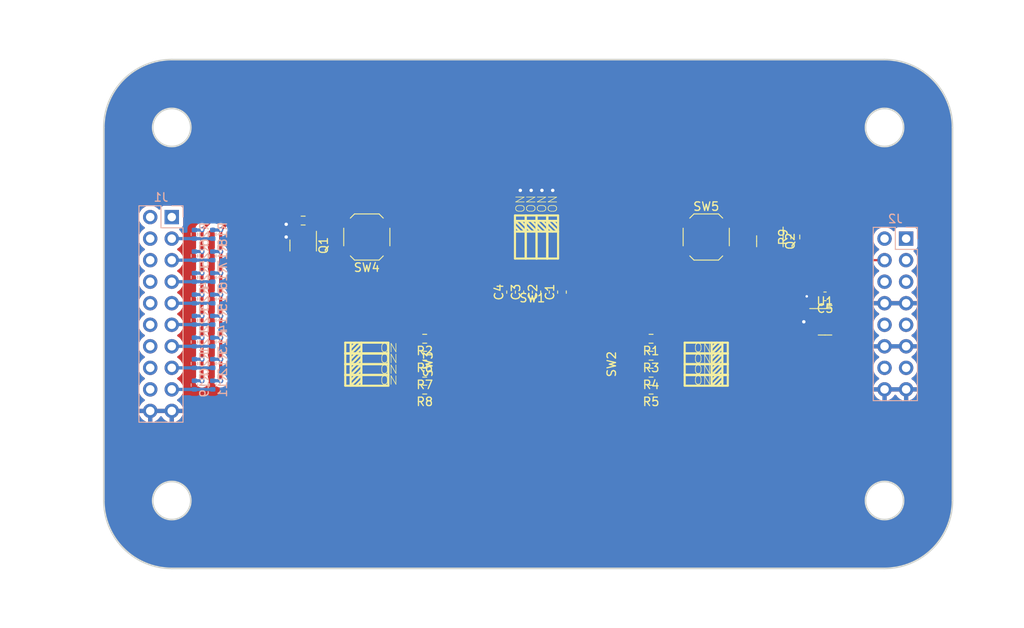
<source format=kicad_pcb>
(kicad_pcb (version 20240108) (generator "pcbnew") (generator_version "8.0")
  (layers (0 "F.Cu" signal) (31 "B.Cu" signal) (34 "B.Paste" user) (35 "F.Paste" user) (36 "B.SilkS" user "B.Silkscreen") (37 "F.SilkS" user "F.Silkscreen") (38 "B.Mask" user) (39 "F.Mask" user) (44 "Edge.Cuts" user))
  (net 0 "")
  (net 1 "+5V")
  (net 2 "Net-(C1-Pad2)")
  (net 3 "Net-(C2-Pad2)")
  (net 4 "Net-(C3-Pad2)")
  (net 5 "Net-(C4-Pad2)")
  (net 6 "DIO1")
  (net 7 "DIO2")
  (net 8 "DIO4")
  (net 9 "DIO6")
  (net 10 "DIO7")
  (net 11 "DIO0")
  (net 12 "DIO3")
  (net 13 "DIO5")
  (net 16 "AI0-")
  (net 18 "GND")
  (net 22 "AI0+")
  (net 23 "Net-(R1-Pad1)")
  (net 24 "Net-(R2-Pad2)")
  (net 25 "Net-(R3-Pad1)")
  (net 26 "Net-(R4-Pad1)")
  (net 27 "Net-(R5-Pad1)")
  (net 28 "Net-(R6-Pad2)")
  (net 29 "Net-(R7-Pad2)")
  (net 30 "Net-(R8-Pad2)")
  (net 31 "discharge")
  (net 32 "Net-(Q1-D)")
  (net 33 "Charge")
  (net 34 "Net-(Q2-S)")
  (net 35 "Net-(U1-+)")
  (net 36 "SpgOut")
  (footprint "Button_Switch_SMD:SW_SPST_SKQG_WithStem" (layer "F.Cu") (at 105 77 180)
    (property "Reference" "SW4" (at 0 -3.6 180) (layer "F.SilkS"))
    (property "Value" "SW_Push")
    (pad "1" smd rect (at -3.1 -1.85 180) (size 1.8 1.1) (layers "F.Cu" "F.Paste" "F.Mask") (net 32 "Net-(Q1-D)"))
    (pad "1" smd rect (at 3.1 -1.85 180) (size 1.8 1.1) (layers "F.Cu" "F.Paste" "F.Mask") (net 32 "Net-(Q1-D)"))
    (pad "2" smd rect (at -3.1 1.85 180) (size 1.8 1.1) (layers "F.Cu" "F.Paste" "F.Mask") (net 18 "GND"))
    (pad "2" smd rect (at 3.1 1.85 180) (size 1.8 1.1) (layers "F.Cu" "F.Paste" "F.Mask") (net 18 "GND"))
    (zone (net 0) (net_name "") (layer "F.Cu") (connect_pads (clearance 0)) (min_thickness 0.254)
      (keepout (tracks not_allowed) (vias not_allowed) (pads not_allowed) (copperpour not_allowed) (footprints not_allowed))
      (fill (thermal_gap 0.508) (thermal_bridge_width 0.508))
      (polygon (pts (xy 104 78.3) (xy 101 78.3) (xy 101 75.7) (xy 104 75.7)))
    )
    (zone (net 0) (net_name "") (layer "F.Cu") (connect_pads (clearance 0)) (min_thickness 0.254)
      (keepout (tracks not_allowed) (vias not_allowed) (pads not_allowed) (copperpour not_allowed) (footprints not_allowed))
      (fill (thermal_gap 0.508) (thermal_bridge_width 0.508))
      (polygon (pts (xy 109 78.3) (xy 106 78.3) (xy 106 75.7) (xy 109 75.7)))
    )
  )
  (footprint "Resistor_SMD:R_0603_1608Metric" (layer "F.Cu") (at 138.5 91 180)
    (property "Reference" "R3" (at 0 -1.43 180) (layer "F.SilkS"))
    (property "Value" "10k" (hide yes))
    (pad "1" smd roundrect (at -0.825 0 180) (size 0.8 0.95) (layers "F.Cu" "F.Paste" "F.Mask") (net 25 "Net-(R3-Pad1)"))
    (pad "2" smd roundrect (at 0.825 0 180) (size 0.8 0.95) (layers "F.Cu" "F.Paste" "F.Mask") (net 35 "Net-(U1-+)"))
  )
  (footprint "Resistor_SMD:R_0603_1608Metric" (layer "F.Cu") (at 138.5 93 180)
    (property "Reference" "R4" (at 0 -1.43 180) (layer "F.SilkS"))
    (property "Value" "10k" (hide yes))
    (pad "1" smd roundrect (at -0.825 0 180) (size 0.8 0.95) (layers "F.Cu" "F.Paste" "F.Mask") (net 26 "Net-(R4-Pad1)"))
    (pad "2" smd roundrect (at 0.825 0 180) (size 0.8 0.95) (layers "F.Cu" "F.Paste" "F.Mask") (net 35 "Net-(U1-+)"))
  )
  (footprint "Package_TO_SOT_SMD:SOT-23-5" (layer "F.Cu") (at 159 87)
    (property "Reference" "U1" (at 0 -2.4 0) (layer "F.SilkS"))
    (property "Value" "LM321")
    (pad "1" smd roundrect (at -1.1375 -0.95) (size 1.325 0.6) (layers "F.Cu" "F.Paste" "F.Mask") (net 35 "Net-(U1-+)"))
    (pad "2" smd roundrect (at -1.1375 0) (size 1.325 0.6) (layers "F.Cu" "F.Paste" "F.Mask") (net 18 "GND"))
    (pad "3" smd roundrect (at -1.1375 0.95) (size 1.325 0.6) (layers "F.Cu" "F.Paste" "F.Mask") (net 36 "SpgOut"))
    (pad "4" smd roundrect (at 1.1375 0.95) (size 1.325 0.6) (layers "F.Cu" "F.Paste" "F.Mask") (net 36 "SpgOut"))
    (pad "5" smd roundrect (at 1.1375 -0.95) (size 1.325 0.6) (layers "F.Cu" "F.Paste" "F.Mask") (net 1 "+5V"))
  )
  (footprint "Capacitor_SMD:C_0603_1608Metric" (layer "F.Cu") (at 122 83.5 90)
    (property "Reference" "C4" (at 0 -1.43 -90) (layer "F.SilkS"))
    (property "Value" "C")
    (pad "1" smd roundrect (at -0.775 0 90) (size 0.9 0.95) (layers "F.Cu" "F.Paste" "F.Mask") (net 35 "Net-(U1-+)"))
    (pad "2" smd roundrect (at 0.775 0 90) (size 0.9 0.95) (layers "F.Cu" "F.Paste" "F.Mask") (net 5 "Net-(C4-Pad2)"))
  )
  (footprint "Resistor_SMD:R_0603_1608Metric" (layer "F.Cu") (at 111.825 93 180)
    (property "Reference" "R7" (at 0 -1.43 180) (layer "F.SilkS"))
    (property "Value" "10k")
    (pad "1" smd roundrect (at -0.825 0 180) (size 0.8 0.95) (layers "F.Cu" "F.Paste" "F.Mask") (net 35 "Net-(U1-+)"))
    (pad "2" smd roundrect (at 0.825 0 180) (size 0.8 0.95) (layers "F.Cu" "F.Paste" "F.Mask") (net 29 "Net-(R7-Pad2)"))
  )
  (footprint "Capacitor_SMD:C_0603_1608Metric" (layer "F.Cu") (at 124 83.5 90)
    (property "Reference" "C3" (at 0 -1.43 -90) (layer "F.SilkS"))
    (property "Value" "C")
    (pad "1" smd roundrect (at -0.775 0 90) (size 0.9 0.95) (layers "F.Cu" "F.Paste" "F.Mask") (net 35 "Net-(U1-+)"))
    (pad "2" smd roundrect (at 0.775 0 90) (size 0.9 0.95) (layers "F.Cu" "F.Paste" "F.Mask") (net 4 "Net-(C3-Pad2)"))
  )
  (footprint "LCSC:SW-SMD_8P-L6.7-W5.4-P1.27-LS8.5" (layer "F.Cu") (at 105 92 -90)
    (property "Reference" "SW3" (at 0 -7.235 90) (layer "F.SilkS"))
    (property "Value" "SW_DIP_x04")
    (fp_text user "ON" (at 0.63 -1.52 180) (layer "F.SilkS") (effects (font (thickness 0.08)) (justify left)))
    (fp_text user "ON" (at -0.64 -1.52 180) (layer "F.SilkS") (effects (font (thickness 0.08)) (justify left)))
    (fp_text user "ON" (at -1.91 -1.52 180) (layer "F.SilkS") (effects (font (thickness 0.08)) (justify left)))
    (fp_text user "ON" (at 1.91 -1.52 180) (layer "F.SilkS") (effects (font (thickness 0.08)) (justify left)))
    (pad "1" smd rect (at -1.91 3.81 180) (size 1.5 0.76) (layers "F.Cu" "F.Paste" "F.Mask") (net 32 "Net-(Q1-D)"))
    (pad "2" smd rect (at -0.64 3.81 180) (size 1.5 0.76) (layers "F.Cu" "F.Paste" "F.Mask") (net 32 "Net-(Q1-D)"))
    (pad "3" smd rect (at 0.63 3.81 180) (size 1.5 0.76) (layers "F.Cu" "F.Paste" "F.Mask") (net 32 "Net-(Q1-D)"))
    (pad "4" smd rect (at 1.91 3.81 180) (size 1.5 0.76) (layers "F.Cu" "F.Paste" "F.Mask") (net 32 "Net-(Q1-D)"))
    (pad "5" smd rect (at 1.91 -3.81 180) (size 1.5 0.76) (layers "F.Cu" "F.Paste" "F.Mask") (net 30 "Net-(R8-Pad2)"))
    (pad "6" smd rect (at 0.63 -3.81 180) (size 1.5 0.76) (layers "F.Cu" "F.Paste" "F.Mask") (net 29 "Net-(R7-Pad2)"))
    (pad "7" smd rect (at -0.64 -3.81 180) (size 1.5 0.76) (layers "F.Cu" "F.Paste" "F.Mask") (net 28 "Net-(R6-Pad2)"))
    (pad "8" smd rect (at -1.91 -3.81 180) (size 1.5 0.76) (layers "F.Cu" "F.Paste" "F.Mask") (net 24 "Net-(R2-Pad2)"))
  )
  (footprint "Capacitor_SMD:C_0603_1608Metric" (layer "F.Cu") (at 159 84 180)
    (property "Reference" "C5" (at 0 -1.43 180) (layer "F.SilkS"))
    (property "Value" "100n")
    (pad "1" smd roundrect (at -0.775 0 180) (size 0.9 0.95) (layers "F.Cu" "F.Paste" "F.Mask") (net 1 "+5V"))
    (pad "2" smd roundrect (at 0.775 0 180) (size 0.9 0.95) (layers "F.Cu" "F.Paste" "F.Mask") (net 18 "GND"))
  )
  (footprint "Resistor_SMD:R_0603_1608Metric" (layer "F.Cu") (at 155.5 77 90)
    (property "Reference" "R9" (at 0 -1.43 -90) (layer "F.SilkS"))
    (property "Value" "10k")
    (pad "1" smd roundrect (at -0.825 0 90) (size 0.8 0.95) (layers "F.Cu" "F.Paste" "F.Mask") (net 1 "+5V"))
    (pad "2" smd roundrect (at 0.825 0 90) (size 0.8 0.95) (layers "F.Cu" "F.Paste" "F.Mask") (net 33 "Charge"))
  )
  (footprint "Capacitor_SMD:C_0603_1608Metric" (layer "F.Cu") (at 128 83.5 90)
    (property "Reference" "C1" (at 0 -1.43 -90) (layer "F.SilkS"))
    (property "Value" "C")
    (pad "1" smd roundrect (at -0.775 0 90) (size 0.9 0.95) (layers "F.Cu" "F.Paste" "F.Mask") (net 35 "Net-(U1-+)"))
    (pad "2" smd roundrect (at 0.775 0 90) (size 0.9 0.95) (layers "F.Cu" "F.Paste" "F.Mask") (net 2 "Net-(C1-Pad2)"))
  )
  (footprint "Resistor_SMD:R_0603_1608Metric" (layer "F.Cu") (at 97.5 75.0625 180)
    (property "Reference" "R10" (hide yes))
    (property "Value" "10k")
    (pad "1" smd roundrect (at -0.825 0 180) (size 0.8 0.95) (layers "F.Cu" "F.Paste" "F.Mask") (net 31 "discharge"))
    (pad "2" smd roundrect (at 0.825 0 180) (size 0.8 0.95) (layers "F.Cu" "F.Paste" "F.Mask") (net 18 "GND"))
  )
  (footprint "Resistor_SMD:R_0603_1608Metric" (layer "F.Cu") (at 111.825 89 180)
    (property "Reference" "R2" (at 0 -1.43 180) (layer "F.SilkS"))
    (property "Value" "10k")
    (pad "1" smd roundrect (at -0.825 0 180) (size 0.8 0.95) (layers "F.Cu" "F.Paste" "F.Mask") (net 35 "Net-(U1-+)"))
    (pad "2" smd roundrect (at 0.825 0 180) (size 0.8 0.95) (layers "F.Cu" "F.Paste" "F.Mask") (net 24 "Net-(R2-Pad2)"))
  )
  (footprint "Resistor_SMD:R_0603_1608Metric" (layer "F.Cu") (at 138.5 95 180)
    (property "Reference" "R5" (at 0 -1.43 180) (layer "F.SilkS"))
    (property "Value" "10k" (hide yes))
    (pad "1" smd roundrect (at -0.825 0 180) (size 0.8 0.95) (layers "F.Cu" "F.Paste" "F.Mask") (net 27 "Net-(R5-Pad1)"))
    (pad "2" smd roundrect (at 0.825 0 180) (size 0.8 0.95) (layers "F.Cu" "F.Paste" "F.Mask") (net 35 "Net-(U1-+)"))
  )
  (footprint "LCSC:SW-SMD_8P-L6.7-W5.4-P1.27-LS8.5" (layer "F.Cu") (at 125 77 180)
    (property "Reference" "SW1" (at 0.5 -7.19 180) (layer "F.SilkS"))
    (property "Value" "SW_DIP_x04")
    (fp_text user "ON" (at -0.63 2.8 -90) (layer "F.SilkS") (effects (font (thickness 0.08)) (justify left)))
    (fp_text user "ON" (at 1.91 2.8 -90) (layer "F.SilkS") (effects (font (thickness 0.08)) (justify left)))
    (fp_text user "ON" (at -1.91 2.8 -90) (layer "F.SilkS") (effects (font (thickness 0.08)) (justify left)))
    (fp_text user "ON" (at 0.64 2.8 -90) (layer "F.SilkS") (effects (font (thickness 0.08)) (justify left)))
    (pad "1" smd rect (at -1.91 3.81 90) (size 1.5 0.76) (layers "F.Cu" "F.Paste" "F.Mask") (net 18 "GND"))
    (pad "2" smd rect (at -0.64 3.81 90) (size 1.5 0.76) (layers "F.Cu" "F.Paste" "F.Mask") (net 18 "GND"))
    (pad "3" smd rect (at 0.63 3.81 90) (size 1.5 0.76) (layers "F.Cu" "F.Paste" "F.Mask") (net 18 "GND"))
    (pad "4" smd rect (at 1.91 3.81 90) (size 1.5 0.76) (layers "F.Cu" "F.Paste" "F.Mask") (net 18 "GND"))
    (pad "5" smd rect (at 1.91 -3.81 90) (size 1.5 0.76) (layers "F.Cu" "F.Paste" "F.Mask") (net 5 "Net-(C4-Pad2)"))
    (pad "6" smd rect (at 0.63 -3.81 90) (size 1.5 0.76) (layers "F.Cu" "F.Paste" "F.Mask") (net 4 "Net-(C3-Pad2)"))
    (pad "7" smd rect (at -0.64 -3.81 90) (size 1.5 0.76) (layers "F.Cu" "F.Paste" "F.Mask") (net 3 "Net-(C2-Pad2)"))
    (pad "8" smd rect (at -1.91 -3.81 90) (size 1.5 0.76) (layers "F.Cu" "F.Paste" "F.Mask") (net 2 "Net-(C1-Pad2)"))
  )
  (footprint "Resistor_SMD:R_0603_1608Metric" (layer "F.Cu") (at 138.5 89 180)
    (property "Reference" "R1" (at 0 -1.43 180) (layer "F.SilkS"))
    (property "Value" "10k")
    (pad "1" smd roundrect (at -0.825 0 180) (size 0.8 0.95) (layers "F.Cu" "F.Paste" "F.Mask") (net 23 "Net-(R1-Pad1)"))
    (pad "2" smd roundrect (at 0.825 0 180) (size 0.8 0.95) (layers "F.Cu" "F.Paste" "F.Mask") (net 35 "Net-(U1-+)"))
  )
  (footprint "LCSC:SW-SMD_8P-L6.7-W5.4-P1.27-LS8.5" (layer "F.Cu") (at 145 92 90)
    (property "Reference" "SW2" (at 0 -11.15 -90) (layer "F.SilkS"))
    (property "Value" "SW_DIP_x04")
    (fp_text user "ON" (at 0.63 -1.52 0) (layer "F.SilkS") (effects (font (thickness 0.08)) (justify left)))
    (fp_text user "ON" (at 1.91 -1.52 0) (layer "F.SilkS") (effects (font (thickness 0.08)) (justify left)))
    (fp_text user "ON" (at -0.64 -1.52 0) (layer "F.SilkS") (effects (font (thickness 0.08)) (justify left)))
    (fp_text user "ON" (at -1.91 -1.52 0) (layer "F.SilkS") (effects (font (thickness 0.08)) (justify left)))
    (pad "1" smd rect (at -1.91 3.81) (size 1.5 0.76) (layers "F.Cu" "F.Paste" "F.Mask") (net 34 "Net-(Q2-S)"))
    (pad "2" smd rect (at -0.64 3.81) (size 1.5 0.76) (layers "F.Cu" "F.Paste" "F.Mask") (net 34 "Net-(Q2-S)"))
    (pad "3" smd rect (at 0.63 3.81) (size 1.5 0.76) (layers "F.Cu" "F.Paste" "F.Mask") (net 34 "Net-(Q2-S)"))
    (pad "4" smd rect (at 1.91 3.81) (size 1.5 0.76) (layers "F.Cu" "F.Paste" "F.Mask") (net 34 "Net-(Q2-S)"))
    (pad "5" smd rect (at 1.91 -3.81) (size 1.5 0.76) (layers "F.Cu" "F.Paste" "F.Mask") (net 23 "Net-(R1-Pad1)"))
    (pad "6" smd rect (at 0.63 -3.81) (size 1.5 0.76) (layers "F.Cu" "F.Paste" "F.Mask") (net 25 "Net-(R3-Pad1)"))
    (pad "7" smd rect (at -0.64 -3.81) (size 1.5 0.76) (layers "F.Cu" "F.Paste" "F.Mask") (net 26 "Net-(R4-Pad1)"))
    (pad "8" smd rect (at -1.91 -3.81) (size 1.5 0.76) (layers "F.Cu" "F.Paste" "F.Mask") (net 27 "Net-(R5-Pad1)"))
  )
  (footprint "Button_Switch_SMD:SW_SPST_SKQG_WithStem" (layer "F.Cu") (at 145 77)
    (property "Reference" "SW5" (at 0 -3.6 0) (layer "F.SilkS"))
    (property "Value" "SW_Push")
    (pad "1" smd rect (at -3.1 -1.85) (size 1.8 1.1) (layers "F.Cu" "F.Paste" "F.Mask") (net 1 "+5V"))
    (pad "1" smd rect (at 3.1 -1.85) (size 1.8 1.1) (layers "F.Cu" "F.Paste" "F.Mask") (net 1 "+5V"))
    (pad "2" smd rect (at -3.1 1.85) (size 1.8 1.1) (layers "F.Cu" "F.Paste" "F.Mask") (net 34 "Net-(Q2-S)"))
    (pad "2" smd rect (at 3.1 1.85) (size 1.8 1.1) (layers "F.Cu" "F.Paste" "F.Mask") (net 34 "Net-(Q2-S)"))
    (zone (net 0) (net_name "") (layer "F.Cu") (connect_pads (clearance 0)) (min_thickness 0.254)
      (keepout (tracks not_allowed) (vias not_allowed) (pads not_allowed) (copperpour not_allowed) (footprints not_allowed))
      (fill (thermal_gap 0.508) (thermal_bridge_width 0.508))
      (polygon (pts (xy 141 75.7) (xy 144 75.7) (xy 144 78.3) (xy 141 78.3)))
    )
    (zone (net 0) (net_name "") (layer "F.Cu") (connect_pads (clearance 0)) (min_thickness 0.254)
      (keepout (tracks not_allowed) (vias not_allowed) (pads not_allowed) (copperpour not_allowed) (footprints not_allowed))
      (fill (thermal_gap 0.508) (thermal_bridge_width 0.508))
      (polygon (pts (xy 146 75.7) (xy 149 75.7) (xy 149 78.3) (xy 146 78.3)))
    )
  )
  (footprint "Package_TO_SOT_SMD:SOT-23" (layer "F.Cu") (at 152.5 77.5 -90)
    (property "Reference" "Q2" (at 0 -2.4 90) (layer "F.SilkS"))
    (property "Value" "AO3401A")
    (pad "1" smd roundrect (at -0.9375 -0.95 270) (size 1.475 0.6) (layers "F.Cu" "F.Paste" "F.Mask") (net 33 "Charge"))
    (pad "2" smd roundrect (at -0.9375 0.95 270) (size 1.475 0.6) (layers "F.Cu" "F.Paste" "F.Mask") (net 34 "Net-(Q2-S)"))
    (pad "3" smd roundrect (at 0.9375 0 270) (size 1.475 0.6) (layers "F.Cu" "F.Paste" "F.Mask") (net 1 "+5V"))
  )
  (footprint "Resistor_SMD:R_0603_1608Metric" (layer "F.Cu") (at 111.825 95 180)
    (property "Reference" "R8" (at 0 -1.43 180) (layer "F.SilkS"))
    (property "Value" "10k")
    (pad "1" smd roundrect (at -0.825 0 180) (size 0.8 0.95) (layers "F.Cu" "F.Paste" "F.Mask") (net 35 "Net-(U1-+)"))
    (pad "2" smd roundrect (at 0.825 0 180) (size 0.8 0.95) (layers "F.Cu" "F.Paste" "F.Mask") (net 30 "Net-(R8-Pad2)"))
  )
  (footprint "Package_TO_SOT_SMD:SOT-23" (layer "F.Cu") (at 97.5 78 -90)
    (property "Reference" "Q1" (at 0 -2.4 90) (layer "F.SilkS"))
    (property "Value" "AO3400A")
    (pad "1" smd roundrect (at -0.9375 -0.95 270) (size 1.475 0.6) (layers "F.Cu" "F.Paste" "F.Mask") (net 31 "discharge"))
    (pad "2" smd roundrect (at -0.9375 0.95 270) (size 1.475 0.6) (layers "F.Cu" "F.Paste" "F.Mask") (net 18 "GND"))
    (pad "3" smd roundrect (at 0.9375 0 270) (size 1.475 0.6) (layers "F.Cu" "F.Paste" "F.Mask") (net 32 "Net-(Q1-D)"))
  )
  (footprint "Resistor_SMD:R_0603_1608Metric" (layer "F.Cu") (at 111.825 91 180)
    (property "Reference" "R6" (at 0 -1.43 180) (layer "F.SilkS"))
    (property "Value" "10k")
    (pad "1" smd roundrect (at -0.825 0 180) (size 0.8 0.95) (layers "F.Cu" "F.Paste" "F.Mask") (net 35 "Net-(U1-+)"))
    (pad "2" smd roundrect (at 0.825 0 180) (size 0.8 0.95) (layers "F.Cu" "F.Paste" "F.Mask") (net 28 "Net-(R6-Pad2)"))
  )
  (footprint "Capacitor_SMD:C_0603_1608Metric" (layer "F.Cu") (at 126 83.5 90)
    (property "Reference" "C2" (at 0 -1.43 -90) (layer "F.SilkS"))
    (property "Value" "C")
    (pad "1" smd roundrect (at -0.775 0 90) (size 0.9 0.95) (layers "F.Cu" "F.Paste" "F.Mask") (net 35 "Net-(U1-+)"))
    (pad "2" smd roundrect (at 0.775 0 90) (size 0.9 0.95) (layers "F.Cu" "F.Paste" "F.Mask") (net 3 "Net-(C2-Pad2)"))
  )
  (footprint "Resistor_SMD:R_0402_1005Metric" (layer "B.Cu") (at 84.6836 91.9226 90)
    (property "Reference" "R20" (at 0 1.17 -90) (layer "B.SilkS") (effects (justify mirror)))
    (property "Value" "0")
    (pad "1" smd roundrect (at -0.51 0 90) (size 0.54 0.64) (layers "B.Cu" "B.Paste" "B.Mask") (net 9 "DIO6"))
    (pad "2" smd roundrect (at 0.51 0 90) (size 0.54 0.64) (layers "B.Cu" "B.Paste" "B.Mask") (net 33 "Charge"))
  )
  (footprint "Resistor_SMD:R_0402_1005Metric" (layer "B.Cu") (at 84.6836 84.3026 90)
    (property "Reference" "R23" (at 0 1.17 -90) (layer "B.SilkS") (effects (justify mirror)))
    (property "Value" "0")
    (pad "1" smd roundrect (at -0.51 0 90) (size 0.54 0.64) (layers "B.Cu" "B.Paste" "B.Mask") (net 12 "DIO3"))
    (pad "2" smd roundrect (at 0.51 0 90) (size 0.54 0.64) (layers "B.Cu" "B.Paste" "B.Mask") (net 33 "Charge"))
  )
  (footprint "Resistor_SMD:R_0402_1005Metric" (layer "B.Cu") (at 84.6836 81.7626 90)
    (property "Reference" "R24" (at 0 1.17 -90) (layer "B.SilkS") (effects (justify mirror)))
    (property "Value" "0")
    (pad "1" smd roundrect (at -0.51 0 90) (size 0.54 0.64) (layers "B.Cu" "B.Paste" "B.Mask") (net 7 "DIO2"))
    (pad "2" smd roundrect (at 0.51 0 90) (size 0.54 0.64) (layers "B.Cu" "B.Paste" "B.Mask") (net 33 "Charge"))
  )
  (footprint "Resistor_SMD:R_0402_1005Metric" (layer "B.Cu") (at 86.8426 86.8172 90)
    (property "Reference" "R14" (at 0 1.17 -90) (layer "B.SilkS") (effects (justify mirror)))
    (property "Value" "0")
    (pad "1" smd roundrect (at -0.51 0 90) (size 0.54 0.64) (layers "B.Cu" "B.Paste" "B.Mask") (net 8 "DIO4"))
    (pad "2" smd roundrect (at 0.51 0 90) (size 0.54 0.64) (layers "B.Cu" "B.Paste" "B.Mask") (net 31 "discharge"))
  )
  (footprint "Resistor_SMD:R_0402_1005Metric" (layer "B.Cu") (at 84.6836 76.6826 90)
    (property "Reference" "R26" (at 0 1.17 -90) (layer "B.SilkS") (effects (justify mirror)))
    (property "Value" "0")
    (pad "1" smd roundrect (at -0.51 0 90) (size 0.54 0.64) (layers "B.Cu" "B.Paste" "B.Mask") (net 11 "DIO0"))
    (pad "2" smd roundrect (at 0.51 0 90) (size 0.54 0.64) (layers "B.Cu" "B.Paste" "B.Mask") (net 33 "Charge"))
  )
  (footprint "Resistor_SMD:R_0402_1005Metric" (layer "B.Cu") (at 86.8426 79.2226 90)
    (property "Reference" "R17" (at 0 1.17 -90) (layer "B.SilkS") (effects (justify mirror)))
    (property "Value" "0")
    (pad "1" smd roundrect (at -0.51 0 90) (size 0.54 0.64) (layers "B.Cu" "B.Paste" "B.Mask") (net 6 "DIO1"))
    (pad "2" smd roundrect (at 0.51 0 90) (size 0.54 0.64) (layers "B.Cu" "B.Paste" "B.Mask") (net 31 "discharge"))
  )
  (footprint "Connector_PinHeader_2.54mm:PinHeader_2x10_P2.54mm_Vertical" (layer "B.Cu") (at 82.0144 74.6506 180)
    (property "Reference" "J1" (at 1.27 2.33 0) (layer "B.SilkS") (effects (justify mirror)))
    (property "Value" "Conn_02x10_Odd_Even")
    (pad "1" thru_hole rect (at 0 0 180) (size 1.7 1.7) (drill 1) (layers "*.Cu" "*.Mask"))
    (pad "2" thru_hole oval (at 2.54 0 180) (size 1.7 1.7) (drill 1) (layers "*.Cu" "*.Mask"))
    (pad "3" thru_hole oval (at 0 -2.54 180) (size 1.7 1.7) (drill 1) (layers "*.Cu" "*.Mask"))
    (pad "4" thru_hole oval (at 2.54 -2.54 180) (size 1.7 1.7) (drill 1) (layers "*.Cu" "*.Mask") (net 11 "DIO0"))
    (pad "5" thru_hole oval (at 0 -5.08 180) (size 1.7 1.7) (drill 1) (layers "*.Cu" "*.Mask"))
    (pad "6" thru_hole oval (at 2.54 -5.08 180) (size 1.7 1.7) (drill 1) (layers "*.Cu" "*.Mask") (net 6 "DIO1"))
    (pad "7" thru_hole oval (at 0 -7.62 180) (size 1.7 1.7) (drill 1) (layers "*.Cu" "*.Mask"))
    (pad "8" thru_hole oval (at 2.54 -7.62 180) (size 1.7 1.7) (drill 1) (layers "*.Cu" "*.Mask") (net 7 "DIO2"))
    (pad "9" thru_hole oval (at 0 -10.16 180) (size 1.7 1.7) (drill 1) (layers "*.Cu" "*.Mask"))
    (pad "10" thru_hole oval (at 2.54 -10.16 180) (size 1.7 1.7) (drill 1) (layers "*.Cu" "*.Mask") (net 12 "DIO3"))
    (pad "11" thru_hole oval (at 0 -12.7 180) (size 1.7 1.7) (drill 1) (layers "*.Cu" "*.Mask"))
    (pad "12" thru_hole oval (at 2.54 -12.7 180) (size 1.7 1.7) (drill 1) (layers "*.Cu" "*.Mask") (net 8 "DIO4"))
    (pad "13" thru_hole oval (at 0 -15.24 180) (size 1.7 1.7) (drill 1) (layers "*.Cu" "*.Mask"))
    (pad "14" thru_hole oval (at 2.54 -15.24 180) (size 1.7 1.7) (drill 1) (layers "*.Cu" "*.Mask") (net 13 "DIO5"))
    (pad "15" thru_hole oval (at 0 -17.78 180) (size 1.7 1.7) (drill 1) (layers "*.Cu" "*.Mask"))
    (pad "16" thru_hole oval (at 2.54 -17.78 180) (size 1.7 1.7) (drill 1) (layers "*.Cu" "*.Mask") (net 9 "DIO6"))
    (pad "17" thru_hole oval (at 0 -20.32 180) (size 1.7 1.7) (drill 1) (layers "*.Cu" "*.Mask"))
    (pad "18" thru_hole oval (at 2.54 -20.32 180) (size 1.7 1.7) (drill 1) (layers "*.Cu" "*.Mask") (net 10 "DIO7"))
    (pad "19" thru_hole oval (at 0 -22.86 180) (size 1.7 1.7) (drill 1) (layers "*.Cu" "*.Mask") (net 18 "GND"))
    (pad "20" thru_hole oval (at 2.54 -22.86 180) (size 1.7 1.7) (drill 1) (layers "*.Cu" "*.Mask") (net 18 "GND"))
  )
  (footprint "Resistor_SMD:R_0402_1005Metric" (layer "B.Cu") (at 86.8426 76.6826 90)
    (property "Reference" "R18" (at 0 1.17 -90) (layer "B.SilkS") (effects (justify mirror)))
    (property "Value" "0")
    (pad "1" smd roundrect (at -0.51 0 90) (size 0.54 0.64) (layers "B.Cu" "B.Paste" "B.Mask") (net 11 "DIO0"))
    (pad "2" smd roundrect (at 0.51 0 90) (size 0.54 0.64) (layers "B.Cu" "B.Paste" "B.Mask") (net 31 "discharge"))
  )
  (footprint "Resistor_SMD:R_0402_1005Metric" (layer "B.Cu") (at 86.8426 84.3026 90)
    (property "Reference" "R15" (at 0 1.17 -90) (layer "B.SilkS") (effects (justify mirror)))
    (property "Value" "0")
    (pad "1" smd roundrect (at -0.51 0 90) (size 0.54 0.64) (layers "B.Cu" "B.Paste" "B.Mask") (net 12 "DIO3"))
    (pad "2" smd roundrect (at 0.51 0 90) (size 0.54 0.64) (layers "B.Cu" "B.Paste" "B.Mask") (net 31 "discharge"))
  )
  (footprint "Resistor_SMD:R_0402_1005Metric" (layer "B.Cu") (at 86.8426 91.9226 90)
    (property "Reference" "R12" (at 0 1.17 -90) (layer "B.SilkS") (effects (justify mirror)))
    (property "Value" "0")
    (pad "1" smd roundrect (at -0.51 0 90) (size 0.54 0.64) (layers "B.Cu" "B.Paste" "B.Mask") (net 9 "DIO6"))
    (pad "2" smd roundrect (at 0.51 0 90) (size 0.54 0.64) (layers "B.Cu" "B.Paste" "B.Mask") (net 31 "discharge"))
  )
  (footprint "Resistor_SMD:R_0402_1005Metric" (layer "B.Cu") (at 86.8426 81.7626 90)
    (property "Reference" "R16" (at 0 1.17 -90) (layer "B.SilkS") (effects (justify mirror)))
    (property "Value" "0")
    (pad "1" smd roundrect (at -0.51 0 90) (size 0.54 0.64) (layers "B.Cu" "B.Paste" "B.Mask") (net 7 "DIO2"))
    (pad "2" smd roundrect (at 0.51 0 90) (size 0.54 0.64) (layers "B.Cu" "B.Paste" "B.Mask") (net 31 "discharge"))
  )
  (footprint "Resistor_SMD:R_0402_1005Metric" (layer "B.Cu") (at 86.8426 89.3826 90)
    (property "Reference" "R13" (at 0 1.17 -90) (layer "B.SilkS") (effects (justify mirror)))
    (property "Value" "0")
    (pad "1" smd roundrect (at -0.51 0 90) (size 0.54 0.64) (layers "B.Cu" "B.Paste" "B.Mask") (net 13 "DIO5"))
    (pad "2" smd roundrect (at 0.51 0 90) (size 0.54 0.64) (layers "B.Cu" "B.Paste" "B.Mask") (net 31 "discharge"))
  )
  (footprint "Resistor_SMD:R_0402_1005Metric" (layer "B.Cu") (at 84.6836 79.2226 90)
    (property "Reference" "R25" (at 0 1.17 -90) (layer "B.SilkS") (effects (justify mirror)))
    (property "Value" "0")
    (pad "1" smd roundrect (at -0.51 0 90) (size 0.54 0.64) (layers "B.Cu" "B.Paste" "B.Mask") (net 6 "DIO1"))
    (pad "2" smd roundrect (at 0.51 0 90) (size 0.54 0.64) (layers "B.Cu" "B.Paste" "B.Mask") (net 33 "Charge"))
  )
  (footprint "Resistor_SMD:R_0402_1005Metric" (layer "B.Cu") (at 84.6836 86.8172 90)
    (property "Reference" "R22" (at 0 1.17 -90) (layer "B.SilkS") (effects (justify mirror)))
    (property "Value" "0")
    (pad "1" smd roundrect (at -0.51 0 90) (size 0.54 0.64) (layers "B.Cu" "B.Paste" "B.Mask") (net 8 "DIO4"))
    (pad "2" smd roundrect (at 0.51 0 90) (size 0.54 0.64) (layers "B.Cu" "B.Paste" "B.Mask") (net 33 "Charge"))
  )
  (footprint "Resistor_SMD:R_0402_1005Metric" (layer "B.Cu") (at 86.8426 94.4626 90)
    (property "Reference" "R11" (at 0 1.17 -90) (layer "B.SilkS") (effects (justify mirror)))
    (property "Value" "0")
    (pad "1" smd roundrect (at -0.51 0 90) (size 0.54 0.64) (layers "B.Cu" "B.Paste" "B.Mask") (net 10 "DIO7"))
    (pad "2" smd roundrect (at 0.51 0 90) (size 0.54 0.64) (layers "B.Cu" "B.Paste" "B.Mask") (net 31 "discharge"))
  )
  (footprint "Connector_PinHeader_2.54mm:PinHeader_2x08_P2.54mm_Vertical" (layer "B.Cu") (at 168.5544 77.1906 180)
    (property "Reference" "J2" (at 1.27 2.33 0) (layer "B.SilkS") (effects (justify mirror)))
    (property "Value" "Conn_02x08_Odd_Even")
    (pad "1" thru_hole rect (at 0 0 180) (size 1.7 1.7) (drill 1) (layers "*.Cu" "*.Mask"))
    (pad "2" thru_hole oval (at 2.54 0 180) (size 1.7 1.7) (drill 1) (layers "*.Cu" "*.Mask"))
    (pad "3" thru_hole oval (at 0 -2.54 180) (size 1.7 1.7) (drill 1) (layers "*.Cu" "*.Mask") (net 1 "+5V"))
    (pad "4" thru_hole oval (at 2.54 -2.54 180) (size 1.7 1.7) (drill 1) (layers "*.Cu" "*.Mask") (net 1 "+5V"))
    (pad "5" thru_hole oval (at 0 -5.08 180) (size 1.7 1.7) (drill 1) (layers "*.Cu" "*.Mask"))
    (pad "6" thru_hole oval (at 2.54 -5.08 180) (size 1.7 1.7) (drill 1) (layers "*.Cu" "*.Mask"))
    (pad "7" thru_hole oval (at 0 -7.62 180) (size 1.7 1.7) (drill 1) (layers "*.Cu" "*.Mask") (net 18 "GND"))
    (pad "8" thru_hole oval (at 2.54 -7.62 180) (size 1.7 1.7) (drill 1) (layers "*.Cu" "*.Mask") (net 18 "GND"))
    (pad "9" thru_hole oval (at 0 -10.16 180) (size 1.7 1.7) (drill 1) (layers "*.Cu" "*.Mask") (net 22 "AI0+"))
    (pad "10" thru_hole oval (at 2.54 -10.16 180) (size 1.7 1.7) (drill 1) (layers "*.Cu" "*.Mask") (net 16 "AI0-"))
    (pad "11" thru_hole oval (at 0 -12.7 180) (size 1.7 1.7) (drill 1) (layers "*.Cu" "*.Mask") (net 18 "GND"))
    (pad "12" thru_hole oval (at 2.54 -12.7 180) (size 1.7 1.7) (drill 1) (layers "*.Cu" "*.Mask") (net 18 "GND"))
    (pad "13" thru_hole oval (at 0 -15.24 180) (size 1.7 1.7) (drill 1) (layers "*.Cu" "*.Mask"))
    (pad "14" thru_hole oval (at 2.54 -15.24 180) (size 1.7 1.7) (drill 1) (layers "*.Cu" "*.Mask"))
    (pad "15" thru_hole oval (at 0 -17.78 180) (size 1.7 1.7) (drill 1) (layers "*.Cu" "*.Mask") (net 18 "GND"))
    (pad "16" thru_hole oval (at 2.54 -17.78 180) (size 1.7 1.7) (drill 1) (layers "*.Cu" "*.Mask") (net 18 "GND"))
  )
  (footprint "Resistor_SMD:R_0402_1005Metric" (layer "B.Cu") (at 84.6836 94.4626 90)
    (property "Reference" "R19" (at 0 1.17 -90) (layer "B.SilkS") (effects (justify mirror)))
    (property "Value" "0")
    (pad "1" smd roundrect (at -0.51 0 90) (size 0.54 0.64) (layers "B.Cu" "B.Paste" "B.Mask") (net 10 "DIO7"))
    (pad "2" smd roundrect (at 0.51 0 90) (size 0.54 0.64) (layers "B.Cu" "B.Paste" "B.Mask") (net 33 "Charge"))
  )
  (footprint "Resistor_SMD:R_0402_1005Metric" (layer "B.Cu") (at 84.6836 89.3826 90)
    (property "Reference" "R21" (at 0 1.17 -90) (layer "B.SilkS") (effects (justify mirror)))
    (property "Value" "0")
    (pad "1" smd roundrect (at -0.51 0 90) (size 0.54 0.64) (layers "B.Cu" "B.Paste" "B.Mask") (net 13 "DIO5"))
    (pad "2" smd roundrect (at 0.51 0 90) (size 0.54 0.64) (layers "B.Cu" "B.Paste" "B.Mask") (net 33 "Charge"))
  )
  (gr_arc (start 166.0144 56.0806) (mid 171.671254 58.423746) (end 174.0144 64.0806) (stroke (width 0.2)) (layer "Edge.Cuts"))
  (gr_line (start 74.0144 64.0806) (end 74.0144 108.0806) (stroke (width 0.2)) (layer "Edge.Cuts"))
  (gr_circle (center 82.0144 64.0806) (end 84.2644 64.0806) (stroke (width 0.2)) (fill none) (layer "Edge.Cuts"))
  (gr_line (start 166.0144 56.0806) (end 82.0144 56.0806) (stroke (width 0.2)) (layer "Edge.Cuts"))
  (gr_line (start 174.0144 108.0806) (end 174.0144 64.0806) (stroke (width 0.2)) (layer "Edge.Cuts"))
  (gr_arc (start 74.0144 64.0806) (mid 76.357546 58.423746) (end 82.0144 56.0806) (stroke (width 0.2)) (layer "Edge.Cuts"))
  (gr_circle (center 166.0144 64.0806) (end 168.2644 64.0806) (stroke (width 0.2)) (fill none) (layer "Edge.Cuts"))
  (gr_circle (center 82.0144 108.0806) (end 84.2644 108.0806) (stroke (width 0.2)) (fill none) (layer "Edge.Cuts"))
  (gr_arc (start 82.0144 116.0806) (mid 76.357546 113.737454) (end 74.0144 108.0806) (stroke (width 0.2)) (layer "Edge.Cuts"))
  (gr_circle (center 166.0144 108.0806) (end 168.2644 108.0806) (stroke (width 0.2)) (fill none) (layer "Edge.Cuts"))
  (gr_line (start 82.0144 116.0806) (end 166.0144 116.0806) (stroke (width 0.2)) (layer "Edge.Cuts"))
  (gr_arc (start 174.0144 108.0806) (mid 171.671254 113.737454) (end 166.0144 116.0806) (stroke (width 0.2)) (layer "Edge.Cuts"))
  (segment (start 141.9 75.15) (end 148.1 75.15) (width 0.381) (layer "F.Cu") (net 1))
  (segment (start 148.719408 75.15) (end 150 76.430592) (width 0.381) (layer "F.Cu") (net 1))
  (segment (start 160 84.225) (end 159.775 84) (width 0.25) (layer "F.Cu") (net 1))
  (segment (start 161.5194 78.9806) (end 162.0194 79.4806) (width 0.381) (layer "F.Cu") (net 1))
  (segment (start 159.775 84) (end 159.775 82.225) (width 0.25) (layer "F.Cu") (net 1))
  (segment (start 162.0194 79.9806) (end 162 80) (width 0.381) (layer "F.Cu") (net 1))
  (segment (start 162.0194 79.4806) (end 162.0194 79.9806) (width 0.381) (layer "F.Cu") (net 1))
  (segment (start 160.3638 77.825) (end 161.5194 78.9806) (width 0.381) (layer "F.Cu") (net 1))
  (segment (start 161.75 79.2112) (end 161.75 80.25) (width 0.381) (layer "F.Cu") (net 1))
  (segment (start 162 80) (end 162.2694 79.7306) (width 0.25) (layer "F.Cu") (net 1))
  (segment (start 152.5 78.4375) (end 154.8875 78.4375) (width 0.381) (layer "F.Cu") (net 1))
  (segment (start 151.4375 78.4375) (end 152.5 78.4375) (width 0.381) (layer "F.Cu") (net 1))
  (segment (start 162.0194 79.4806) (end 162.2694 79.7306) (width 0.381) (layer "F.Cu") (net 1))
  (segment (start 161.5194 78.9806) (end 161.75 79.2112) (width 0.381) (layer "F.Cu") (net 1))
  (segment (start 161.75 80.25) (end 162 80) (width 0.25) (layer "F.Cu") (net 1))
  (segment (start 159.775 82.225) (end 161.75 80.25) (width 0.25) (layer "F.Cu") (net 1))
  (segment (start 160.1375 86.05) (end 160 85.9125) (width 0.25) (layer "F.Cu") (net 1))
  (segment (start 163 79.7306) (end 166.0144 79.7306) (width 0.25) (layer "F.Cu") (net 1))
  (segment (start 155.5 77.825) (end 160.3638 77.825) (width 0.381) (layer "F.Cu") (net 1))
  (segment (start 162.2694 79.7306) (end 163 79.7306) (width 0.25) (layer "F.Cu") (net 1))
  (segment (start 154.8875 78.4375) (end 155.5 77.825) (width 0.381) (layer "F.Cu") (net 1))
  (segment (start 150 77) (end 151.4375 78.4375) (width 0.381) (layer "F.Cu") (net 1))
  (segment (start 160 85.9125) (end 160 84.225) (width 0.25) (layer "F.Cu") (net 1))
  (segment (start 150 76.430592) (end 150 77) (width 0.381) (layer "F.Cu") (net 1))
  (segment (start 148.1 75.15) (end 148.719408 75.15) (width 0.381) (layer "F.Cu") (net 1))
  (segment (start 126.91 81.635) (end 128 82.725) (width 0.25) (layer "F.Cu") (net 2))
  (segment (start 126.91 80.81) (end 126.91 81.635) (width 0.25) (layer "F.Cu") (net 2))
  (segment (start 125.64 80.81) (end 125.64 82.365) (width 0.25) (layer "F.Cu") (net 3))
  (segment (start 125.64 82.365) (end 126 82.725) (width 0.25) (layer "F.Cu") (net 3))
  (segment (start 124.37 82.355) (end 124 82.725) (width 0.25) (layer "F.Cu") (net 4))
  (segment (start 124.37 80.81) (end 124.37 82.355) (width 0.25) (layer "F.Cu") (net 4))
  (segment (start 123.09 81.635) (end 122 82.725) (width 0.25) (layer "F.Cu") (net 5))
  (segment (start 123.09 80.81) (end 123.09 81.635) (width 0.25) (layer "F.Cu") (net 5))
  (segment (start 82.0164 79.7326) (end 82.0144 79.7306) (width 0.381) (layer "B.Cu") (net 6))
  (segment (start 84.6836 79.7326) (end 86.8426 79.7326) (width 0.381) (layer "B.Cu") (net 6))
  (segment (start 84.6836 79.7326) (end 82.0164 79.7326) (width 0.381) (layer "B.Cu") (net 6))
  (segment (start 82.0164 82.2726) (end 82.0144 82.2706) (width 0.381) (layer "B.Cu") (net 7))
  (segment (start 84.6836 82.2726) (end 82.0164 82.2726) (width 0.381) (layer "B.Cu") (net 7))
  (segment (start 84.6836 82.2726) (end 86.8426 82.2726) (width 0.381) (layer "B.Cu") (net 7))
  (segment (start 84.6836 87.3272) (end 86.8426 87.3272) (width 0.381) (layer "B.Cu") (net 8))
  (segment (start 82.0378 87.3272) (end 82.0144 87.3506) (width 0.381) (layer "B.Cu") (net 8))
  (segment (start 84.6836 87.3272) (end 82.0378 87.3272) (width 0.381) (layer "B.Cu") (net 8))
  (segment (start 82.0164 92.4326) (end 82.0144 92.4306) (width 0.381) (layer "B.Cu") (net 9))
  (segment (start 84.6836 92.4326) (end 86.8426 92.4326) (width 0.381) (layer "B.Cu") (net 9))
  (segment (start 84.6836 92.4326) (end 82.0164 92.4326) (width 0.381) (layer "B.Cu") (net 9))
  (segment (start 82.0164 94.9726) (end 82.0144 94.9706) (width 0.381) (layer "B.Cu") (net 10))
  (segment (start 84.6836 94.9726) (end 82.0164 94.9726) (width 0.381) (layer "B.Cu") (net 10))
  (segment (start 84.6836 94.9726) (end 86.8426 94.9726) (width 0.381) (layer "B.Cu") (net 10))
  (segment (start 82.0164 77.1926) (end 82.0144 77.1906) (width 0.381) (layer "B.Cu") (net 11))
  (segment (start 84.6836 77.1926) (end 82.0164 77.1926) (width 0.381) (layer "B.Cu") (net 11))
  (segment (start 84.6836 77.1926) (end 86.8426 77.1926) (width 0.381) (layer "B.Cu") (net 11))
  (segment (start 82.0164 84.8126) (end 82.0144 84.8106) (width 0.381) (layer "B.Cu") (net 12))
  (segment (start 84.6836 84.8126) (end 86.8426 84.8126) (width 0.381) (layer "B.Cu") (net 12))
  (segment (start 84.6836 84.8126) (end 82.0164 84.8126) (width 0.381) (layer "B.Cu") (net 12))
  (segment (start 82.0164 89.8926) (end 82.0144 89.8906) (width 0.381) (layer "B.Cu") (net 13))
  (segment (start 84.6836 89.8926) (end 82.0164 89.8926) (width 0.381) (layer "B.Cu") (net 13))
  (segment (start 84.6836 89.8926) (end 86.8426 89.8926) (width 0.381) (layer "B.Cu") (net 13))
  (segment (start 126.91 71.5) (end 126.91 73.19) (width 0.381) (layer "F.Cu") (net 18))
  (segment (start 96.675 76.9375) (end 96.55 77.0625) (width 0.25) (layer "F.Cu") (net 18))
  (segment (start 96.675 75.0625) (end 96.675 76.9375) (width 0.25) (layer "F.Cu") (net 18))
  (segment (start 125.64 71.5) (end 125.64 73.19) (width 0.381) (layer "F.Cu") (net 18))
  (segment (start 96.55 75.1875) (end 96.675 75.0625) (width 0.25) (layer "F.Cu") (net 18))
  (segment (start 95.5625 77.0625) (end 95.5 77) (width 0.25) (layer "F.Cu") (net 18))
  (segment (start 123.09 71.5) (end 123.09 73.19) (width 0.381) (layer "F.Cu") (net 18))
  (segment (start 124.37 71.5) (end 124.37 73.19) (width 0.381) (layer "F.Cu") (net 18))
  (segment (start 96.4875 77) (end 96.55 77.0625) (width 0.25) (layer "F.Cu") (net 18))
  (segment (start 157.8625 87) (end 156.5 87) (width 0.25) (layer "F.Cu") (net 18))
  (via (at 156.5 87) (size 0.8) (drill 0.4) (layers "F.Cu" "B.Cu") (net 18))
  (via (at 95.5 77) (size 0.8) (drill 0.4) (layers "F.Cu" "B.Cu") (net 18))
  (via (at 125.64 71.5) (size 0.8) (drill 0.4) (layers "F.Cu" "B.Cu") (net 18))
  (via (at 124.37 71.5) (size 0.8) (drill 0.4) (layers "F.Cu" "B.Cu") (net 18))
  (via (at 156.845 83.9978) (size 0.6) (drill 0.3) (layers "F.Cu" "B.Cu") (net 18))
  (via (at 123.09 71.5) (size 0.8) (drill 0.4) (layers "F.Cu" "B.Cu") (net 18))
  (via (at 95.5 75.5) (size 0.8) (drill 0.4) (layers "F.Cu" "B.Cu") (net 18))
  (via (at 126.91 71.5) (size 0.8) (drill 0.4) (layers "F.Cu" "B.Cu") (net 18))
  (segment (start 140.415 90.09) (end 139.325 89) (width 0.25) (layer "F.Cu") (net 23))
  (segment (start 141.19 90.09) (end 140.415 90.09) (width 0.25) (layer "F.Cu") (net 23))
  (segment (start 108.81 90.09) (end 109.91 90.09) (width 0.25) (layer "F.Cu") (net 24))
  (segment (start 109.91 90.09) (end 111 89) (width 0.25) (layer "F.Cu") (net 24))
  (segment (start 141.19 91.37) (end 139.695 91.37) (width 0.25) (layer "F.Cu") (net 25))
  (segment (start 139.695 91.37) (end 139.325 91) (width 0.25) (layer "F.Cu") (net 25))
  (segment (start 139.685 92.64) (end 139.325 93) (width 0.25) (layer "F.Cu") (net 26))
  (segment (start 141.19 92.64) (end 139.685 92.64) (width 0.25) (layer "F.Cu") (net 26))
  (segment (start 140.415 93.91) (end 139.325 95) (width 0.25) (layer "F.Cu") (net 27))
  (segment (start 141.19 93.91) (end 140.415 93.91) (width 0.25) (layer "F.Cu") (net 27))
  (segment (start 110.64 91.36) (end 111 91) (width 0.25) (layer "F.Cu") (net 28))
  (segment (start 108.81 91.36) (end 110.64 91.36) (width 0.25) (layer "F.Cu") (net 28))
  (segment (start 110.63 92.63) (end 111 93) (width 0.25) (layer "F.Cu") (net 29))
  (segment (start 108.81 92.63) (end 110.63 92.63) (width 0.25) (layer "F.Cu") (net 29))
  (segment (start 108.81 93.91) (end 109.91 93.91) (width 0.25) (layer "F.Cu") (net 30))
  (segment (start 109.91 93.91) (end 111 95) (width 0.25) (layer "F.Cu") (net 30))
  (segment (start 98.325 73.825) (end 97 72.5) (width 0.381) (layer "F.Cu") (net 31))
  (segment (start 98.325 75.0625) (end 98.325 73.825) (width 0.381) (layer "F.Cu") (net 31))
  (segment (start 87.7824 76.1492) (end 87.7824 93.9546) (width 0.381) (layer "F.Cu") (net 31))
  (segment (start 91.4316 72.5) (end 92 72.5) (width 0.381) (layer "F.Cu") (net 31))
  (segment (start 97 72.5) (end 92 72.5) (width 0.381) (layer "F.Cu") (net 31))
  (segment (start 87.7824 76.1492) (end 91.4316 72.5) (width 0.381) (layer "F.Cu") (net 31))
  (segment (start 98.325 76.9375) (end 98.45 77.0625) (width 0.381) (layer "F.Cu") (net 31))
  (segment (start 98.325 75.0625) (end 98.325 76.9375) (width 0.381) (layer "F.Cu") (net 31))
  (segment (start 98.4375 75.0625) (end 98.5 75) (width 0.381) (layer "F.Cu") (net 31))
  (via (at 87.7824 78.7146) (size 0.6) (drill 0.3) (layers "F.Cu" "B.Cu") (net 31))
  (via (at 87.7824 83.7946) (size 0.6) (drill 0.3) (layers "F.Cu" "B.Cu") (net 31))
  (via (at 87.7824 76.1492) (size 0.6) (drill 0.3) (layers "F.Cu" "B.Cu") (net 31))
  (via (at 87.7824 91.4146) (size 0.6) (drill 0.3) (layers "F.Cu" "B.Cu") (net 31))
  (via (at 87.7824 81.2546) (size 0.6) (drill 0.3) (layers "F.Cu" "B.Cu") (net 31))
  (via (at 87.7824 86.3092) (size 0.6) (drill 0.3) (layers "F.Cu" "B.Cu") (net 31))
  (via (at 87.7824 88.8746) (size 0.6) (drill 0.3) (layers "F.Cu" "B.Cu") (net 31))
  (via (at 87.7824 93.9546) (size 0.6) (drill 0.3) (layers "F.Cu" "B.Cu") (net 31))
  (segment (start 87.7804 91.4126) (end 87.7824 91.4146) (width 0.381) (layer "B.Cu") (net 31))
  (segment (start 87.7804 83.7926) (end 87.7824 83.7946) (width 0.381) (layer "B.Cu") (net 31))
  (segment (start 87.7804 88.8726) (end 87.7824 88.8746) (width 0.381) (layer "B.Cu") (net 31))
  (segment (start 87.7804 93.9526) (end 87.7824 93.9546) (width 0.381) (layer "B.Cu") (net 31))
  (segment (start 86.8426 78.7126) (end 87.7804 78.7126) (width 0.381) (layer "B.Cu") (net 31))
  (segment (start 86.8426 91.4126) (end 87.7804 91.4126) (width 0.381) (layer "B.Cu") (net 31))
  (segment (start 86.8426 93.9526) (end 87.7804 93.9526) (width 0.381) (layer "B.Cu") (net 31))
  (segment (start 86.8426 86.3072) (end 87.7804 86.3072) (width 0.381) (layer "B.Cu") (net 31))
  (segment (start 86.8426 76.1726) (end 87.759 76.1726) (width 0.381) (layer "B.Cu") (net 31))
  (segment (start 87.7804 86.3072) (end 87.7824 86.3092) (width 0.381) (layer "B.Cu") (net 31))
  (segment (start 87.7804 81.2526) (end 87.7824 81.2546) (width 0.381) (layer "B.Cu") (net 31))
  (segment (start 86.8426 83.7926) (end 87.7804 83.7926) (width 0.381) (layer "B.Cu") (net 31))
  (segment (start 86.8426 81.2526) (end 87.7804 81.2526) (width 0.381) (layer "B.Cu") (net 31))
  (segment (start 87.759 76.1726) (end 87.7824 76.1492) (width 0.381) (layer "B.Cu") (net 31))
  (segment (start 87.7804 78.7126) (end 87.7824 78.7146) (width 0.381) (layer "B.Cu") (net 31))
  (segment (start 86.8426 88.8726) (end 87.7804 88.8726) (width 0.381) (layer "B.Cu") (net 31))
  (segment (start 101.19 93.91) (end 101.19 90.09) (width 0.25) (layer "F.Cu") (net 32))
  (segment (start 97.5 78.9375) (end 108.0125 78.9375) (width 0.25) (layer "F.Cu") (net 32))
  (segment (start 108.0125 78.9375) (end 108.1 78.85) (width 0.25) (layer "F.Cu") (net 32))
  (segment (start 85.5726 76.1492) (end 85.5726 93.9546) (width 0.381) (layer "F.Cu") (net 33))
  (segment (start 155.1125 76.5625) (end 155.5 76.175) (width 0.381) (layer "F.Cu") (net 33))
  (segment (start 150 68) (end 93.7218 68) (width 0.381) (layer "F.Cu") (net 33))
  (segment (start 155.5 73.5) (end 150 68) (width 0.381) (layer "F.Cu") (net 33))
  (segment (start 93.7218 68) (end 85.5726 76.1492) (width 0.381) (layer "F.Cu") (net 33))
  (segment (start 155.5 76.175) (end 155.5 73.5) (width 0.381) (layer "F.Cu") (net 33))
  (segment (start 153.45 76.5625) (end 155.1125 76.5625) (width 0.381) (layer "F.Cu") (net 33))
  (via (at 85.5726 78.7146) (size 0.6) (drill 0.3) (layers "F.Cu" "B.Cu") (net 33))
  (via (at 85.5726 83.7946) (size 0.6) (drill 0.3) (layers "F.Cu" "B.Cu") (net 33))
  (via (at 85.5726 81.2546) (size 0.6) (drill 0.3) (layers "F.Cu" "B.Cu") (net 33))
  (via (at 85.5726 93.9546) (size 0.6) (drill 0.3) (layers "F.Cu" "B.Cu") (net 33))
  (via (at 85.5726 86.3092) (size 0.6) (drill 0.3) (layers "F.Cu" "B.Cu") (net 33))
  (via (at 85.5726 88.8746) (size 0.6) (drill 0.3) (layers "F.Cu" "B.Cu") (net 33))
  (via (at 85.5726 91.4146) (size 0.6) (drill 0.3) (layers "F.Cu" "B.Cu") (net 33))
  (via (at 85.5726 76.1492) (size 0.6) (drill 0.3) (layers "F.Cu" "B.Cu") (net 33))
  (segment (start 84.6836 83.7926) (end 85.5706 83.7926) (width 0.381) (layer "B.Cu") (net 33))
  (segment (start 85.5706 83.7926) (end 85.5726 83.7946) (width 0.381) (layer "B.Cu") (net 33))
  (segment (start 84.6836 93.9526) (end 85.5706 93.9526) (width 0.381) (layer "B.Cu") (net 33))
  (segment (start 84.6836 91.4126) (end 85.5706 91.4126) (width 0.381) (layer "B.Cu") (net 33))
  (segment (start 84.6836 76.1726) (end 85.5492 76.1726) (width 0.381) (layer "B.Cu") (net 33))
  (segment (start 85.5492 76.1726) (end 85.5726 76.1492) (width 0.381) (layer "B.Cu") (net 33))
  (segment (start 85.5706 81.2526) (end 85.5726 81.2546) (width 0.381) (layer "B.Cu") (net 33))
  (segment (start 84.6836 86.3072) (end 85.5706 86.3072) (width 0.381) (layer "B.Cu") (net 33))
  (segment (start 85.5706 78.7126) (end 85.5726 78.7146) (width 0.381) (layer "B.Cu") (net 33))
  (segment (start 85.5706 88.8726) (end 85.5726 88.8746) (width 0.381) (layer "B.Cu") (net 33))
  (segment (start 84.6836 78.7126) (end 85.5706 78.7126) (width 0.381) (layer "B.Cu") (net 33))
  (segment (start 84.6836 81.2526) (end 85.5706 81.2526) (width 0.381) (layer "B.Cu") (net 33))
  (segment (start 85.5706 86.3072) (end 85.5726 86.3092) (width 0.381) (layer "B.Cu") (net 33))
  (segment (start 84.6836 88.8726) (end 85.5706 88.8726) (width 0.381) (layer "B.Cu") (net 33))
  (segment (start 85.5706 93.9526) (end 85.5726 93.9546) (width 0.381) (layer "B.Cu") (net 33))
  (segment (start 85.5706 91.4126) (end 85.5726 91.4146) (width 0.381) (layer "B.Cu") (net 33))
  (segment (start 136.652 96.6978) (end 136.2456 96.2914) (width 0.381) (layer "F.Cu") (net 35))
  (segment (start 138.9634 97.5868) (end 137.2362 97.5868) (width 0.381) (layer "F.Cu") (net 35))
  (segment (start 157.8625 86.05) (end 156.332064 86.05) (width 0.381) (layer "F.Cu") (net 35))
  (segment (start 152.8318 96.9772) (end 152.2222 97.5868) (width 0.381) (layer "F.Cu") (net 35))
  (segment (start 154.9146 87.6808) (end 154.9146 94.8944) (width 0.381) (layer "F.Cu") (net 35))
  (segment (start 156.332064 86.05) (end 154.9146 87.467464) (width 0.381) (layer "F.Cu") (net 35))
  (segment (start 136.652 96.4946) (end 136.652 96.0628) (width 0.381) (layer "F.Cu") (net 35))
  (segment (start 137.1092 96.2406) (end 137.1092 96.1898) (width 0.381) (layer "F.Cu") (net 35))
  (segment (start 136.652 97.0026) (end 136.652 96.6978) (width 0.381) (layer "F.Cu") (net 35))
  (segment (start 154.9146 87.467464) (end 154.9146 87.6808) (width 0.381) (layer "F.Cu") (net 35))
  (segment (start 154.9146 94.8944) (end 152.8318 96.9772) (width 0.381) (layer "F.Cu") (net 35))
  (segment (start 136.652 96.6978) (end 137.1092 96.2406) (width 0.381) (layer "F.Cu") (net 35))
  (segment (start 137.2362 97.5868) (end 136.652 97.0026) (width 0.381) (layer "F.Cu") (net 35))
  (segment (start 152.2222 97.5868) (end 138.9634 97.5868) (width 0.381) (layer "F.Cu") (net 35))
  (segment (start 160.1375 87.95) (end 161.55 87.95) (width 0.25) (layer "F.Cu") (net 36))
  (segment (start 162.1 88.5) (end 164.5 88.5) (width 0.25) (layer "F.Cu") (net 36))
  (segment (start 161.55 87.95) (end 162.1 88.5) (width 0.25) (layer "F.Cu") (net 36))
  (segment (start 157.8625 87.95) (end 160.1375 87.95) (width 0.25) (layer "F.Cu") (net 36))
  (zone (net 34) (net_name "Net-(Q2-S)") (layer "F.Cu") (priority 2) (connect_pads (clearance 0.5)) (min_thickness 0.25) (fill yes (thermal_gap 0.5) (thermal_bridge_width 0.5))
    (polygon (pts (xy 153 78) (xy 140.5 78) (xy 140.5 80) (xy 147.5 89.5) (xy 147.5 95) (xy 153 95)))
  )
  (zone (net 32) (net_name "Net-(Q1-D)") (layer "F.Cu") (priority 2) (connect_pads (clearance 0.5)) (min_thickness 0.25) (fill yes (thermal_gap 0.5) (thermal_bridge_width 0.5))
    (polygon (pts (xy 97 78) (xy 109.5 78) (xy 109.5 80) (xy 102.5 89.5) (xy 102.5 95) (xy 97 95)))
  )
  (zone (net 35) (net_name "Net-(U1-+)") (layer "F.Cu") (priority 2) (connect_pads (clearance 0.5)) (min_thickness 0.25) (fill yes (thermal_gap 0.5) (thermal_bridge_width 0.5))
    (polygon (pts (xy 121 83.5) (xy 129 83.5) (xy 138.5 88) (xy 138.5 96.5) (xy 112 96.5) (xy 112 88)))
  )
  (zone (net 18) (net_name "GND") (layers "F&B.Cu") (connect_pads (clearance 0.5)) (min_thickness 0.25) (fill yes (thermal_gap 0.5) (thermal_bridge_width 0.5))
    (polygon (pts (xy 69.9008 49.0474) (xy 182.4482 50.1396) (xy 180.8226 123.1138) (xy 61.7728 122.4026) (xy 72.0598 49.403)))
  )
)
</source>
